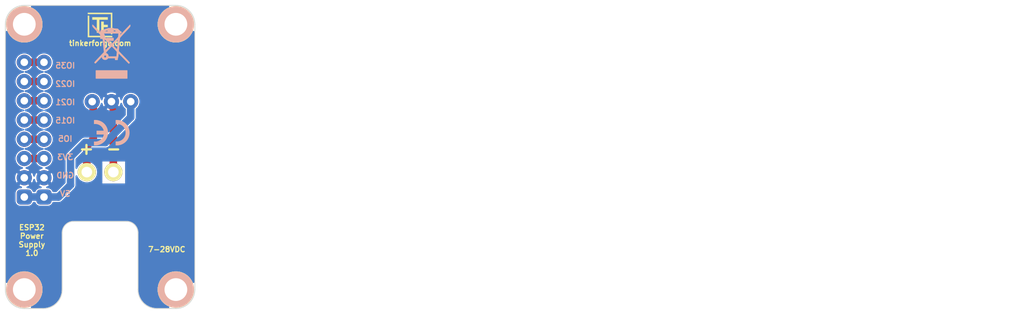
<source format=kicad_pcb>
(kicad_pcb (version 20171130) (host pcbnew 5.1.6-c6e7f7d~87~ubuntu20.04.1)

  (general
    (thickness 1.6)
    (drawings 23)
    (tracks 27)
    (zones 0)
    (modules 11)
    (nets 10)
  )

  (page A4)
  (title_block
    (title "ESP32 Brick Power Supply")
    (date 2020-08-05)
    (rev 1.0)
    (company "Tinkerforge GmbH")
    (comment 1 "Licensed under CERN OHL v.1.1")
    (comment 2 "Copyright (©) 2020, B.Nordmeyer <bastian@tinkerforge.com>")
  )

  (layers
    (0 F.Cu signal)
    (31 B.Cu signal)
    (32 B.Adhes user)
    (33 F.Adhes user)
    (34 B.Paste user)
    (35 F.Paste user)
    (36 B.SilkS user)
    (37 F.SilkS user)
    (38 B.Mask user)
    (39 F.Mask user)
    (40 Dwgs.User user)
    (41 Cmts.User user)
    (42 Eco1.User user)
    (43 Eco2.User user)
    (44 Edge.Cuts user)
    (45 Margin user)
    (46 B.CrtYd user)
    (47 F.CrtYd user)
    (48 B.Fab user)
    (49 F.Fab user)
  )

  (setup
    (last_trace_width 0.15)
    (user_trace_width 0.15)
    (user_trace_width 0.2)
    (user_trace_width 0.25)
    (user_trace_width 0.3)
    (user_trace_width 0.5)
    (user_trace_width 0.7)
    (user_trace_width 1)
    (trace_clearance 0.149)
    (zone_clearance 0)
    (zone_45_only no)
    (trace_min 0.15)
    (via_size 0.55)
    (via_drill 0.25)
    (via_min_size 0.5)
    (via_min_drill 0.25)
    (user_via 0.55 0.25)
    (uvia_size 0.3)
    (uvia_drill 0.1)
    (uvias_allowed no)
    (uvia_min_size 0.2)
    (uvia_min_drill 0.1)
    (edge_width 0.09906)
    (segment_width 1)
    (pcb_text_width 0.3048)
    (pcb_text_size 1.524 2.032)
    (mod_edge_width 0.381)
    (mod_text_size 1.524 1.524)
    (mod_text_width 0.3048)
    (pad_size 1.00076 1.00076)
    (pad_drill 0)
    (pad_to_mask_clearance 0)
    (aux_axis_origin 148.8 123.65)
    (grid_origin 148.8 123.65)
    (visible_elements FFFFFF7F)
    (pcbplotparams
      (layerselection 0x010fc_ffffffff)
      (usegerberextensions true)
      (usegerberattributes false)
      (usegerberadvancedattributes false)
      (creategerberjobfile false)
      (excludeedgelayer true)
      (linewidth 0.050000)
      (plotframeref false)
      (viasonmask false)
      (mode 1)
      (useauxorigin false)
      (hpglpennumber 1)
      (hpglpenspeed 20)
      (hpglpendiameter 15.000000)
      (psnegative false)
      (psa4output false)
      (plotreference false)
      (plotvalue false)
      (plotinvisibletext false)
      (padsonsilk false)
      (subtractmaskfromsilk true)
      (outputformat 1)
      (mirror false)
      (drillshape 0)
      (scaleselection 1)
      (outputdirectory "../../../../Schreibtisch/proto/ESP_Power_Supply/"))
  )

  (net 0 "")
  (net 1 GND)
  (net 2 5V)
  (net 3 "Net-(P101-Pad5)")
  (net 4 "Net-(P101-Pad4)")
  (net 5 "Net-(P101-Pad3)")
  (net 6 "Net-(P101-Pad6)")
  (net 7 "Net-(P101-Pad7)")
  (net 8 "Net-(P101-Pad8)")
  (net 9 "Net-(P102-Pad1)")

  (net_class Default "This is the default net class."
    (clearance 0.149)
    (trace_width 0.15)
    (via_dia 0.55)
    (via_drill 0.25)
    (uvia_dia 0.3)
    (uvia_drill 0.1)
    (add_net 5V)
    (add_net GND)
    (add_net "Net-(P101-Pad3)")
    (add_net "Net-(P101-Pad4)")
    (add_net "Net-(P101-Pad5)")
    (add_net "Net-(P101-Pad6)")
    (add_net "Net-(P101-Pad7)")
    (add_net "Net-(P101-Pad8)")
    (add_net "Net-(P102-Pad1)")
  )

  (module kicad-libraries:WPMDL110 (layer F.Cu) (tedit 5F365A5F) (tstamp 5F2AD0A6)
    (at 162.8 136.35 180)
    (path /5F2DEEF8)
    (fp_text reference U101 (at 0 2.7) (layer F.Fab)
      (effects (font (size 1 1) (thickness 0.15)))
    )
    (fp_text value WPMDL110 (at 0 4.5) (layer F.Fab)
      (effects (font (size 1 1) (thickness 0.15)))
    )
    (fp_line (start 5.8 -2) (end -5.8 -2) (layer F.Fab) (width 0.12))
    (fp_line (start -5.8 -2) (end -5.8 6.5) (layer F.Fab) (width 0.12))
    (fp_line (start -5.8 6.5) (end 5.8 6.5) (layer F.Fab) (width 0.12))
    (fp_line (start 5.8 6.5) (end 5.8 -2) (layer F.Fab) (width 0.12))
    (pad 3 thru_hole circle (at -2.54 0 180) (size 2 2) (drill 1) (layers *.Cu *.Mask)
      (net 2 5V))
    (pad 1 thru_hole circle (at 2.54 0 180) (size 2 2) (drill 1) (layers *.Cu *.Mask)
      (net 9 "Net-(P102-Pad1)"))
    (pad 2 thru_hole circle (at 0 0 180) (size 2 2) (drill 1) (layers *.Cu *.Mask)
      (net 1 GND))
    (model ${KICAD_SYMBOL_DIR}/3d/unsorted/WPMDL110.wrl
      (at (xyz 0 0 0))
      (scale (xyz 1 1 1))
      (rotate (xyz 0 0 0))
    )
  )

  (module kicad-libraries:CE_5mm (layer B.Cu) (tedit 5922FFD4) (tstamp 5F2AD7DC)
    (at 162.8 140.45 180)
    (fp_text reference VAL (at 0 0) (layer B.SilkS) hide
      (effects (font (size 0.2 0.2) (thickness 0.05)) (justify mirror))
    )
    (fp_text value CE_5mm (at 0 0) (layer B.SilkS) hide
      (effects (font (size 0.2 0.2) (thickness 0.05)) (justify mirror))
    )
    (fp_poly (pts (xy 2.3114 -1.67132) (xy 2.30124 -1.67132) (xy 2.28854 -1.67386) (xy 2.26822 -1.6764)
      (xy 2.24282 -1.6764) (xy 2.21742 -1.67894) (xy 2.18694 -1.67894) (xy 2.15646 -1.67894)
      (xy 2.12852 -1.67894) (xy 2.10058 -1.67894) (xy 2.07518 -1.67894) (xy 2.05232 -1.67894)
      (xy 2.04978 -1.67894) (xy 1.96088 -1.67132) (xy 1.87706 -1.66116) (xy 1.79578 -1.64592)
      (xy 1.7145 -1.6256) (xy 1.65862 -1.61036) (xy 1.55956 -1.57988) (xy 1.46304 -1.53924)
      (xy 1.36906 -1.49606) (xy 1.27762 -1.44526) (xy 1.18872 -1.38938) (xy 1.1049 -1.32588)
      (xy 1.02362 -1.25984) (xy 0.94742 -1.18872) (xy 0.8763 -1.11252) (xy 0.81026 -1.03378)
      (xy 0.762 -0.96774) (xy 0.70358 -0.87884) (xy 0.65024 -0.78994) (xy 0.60452 -0.69596)
      (xy 0.56642 -0.60198) (xy 0.53086 -0.50546) (xy 0.50546 -0.4064) (xy 0.4826 -0.30734)
      (xy 0.46736 -0.20828) (xy 0.4572 -0.10668) (xy 0.45466 -0.00508) (xy 0.4572 0.09398)
      (xy 0.46482 0.19558) (xy 0.48006 0.29464) (xy 0.50038 0.39624) (xy 0.52832 0.49276)
      (xy 0.56134 0.58928) (xy 0.59944 0.68326) (xy 0.64516 0.77724) (xy 0.69596 0.86868)
      (xy 0.75184 0.95504) (xy 0.79248 1.01092) (xy 0.85852 1.0922) (xy 0.9271 1.1684)
      (xy 1.0033 1.24206) (xy 1.08204 1.31064) (xy 1.16332 1.3716) (xy 1.24968 1.42748)
      (xy 1.33858 1.48082) (xy 1.43256 1.52654) (xy 1.52654 1.56718) (xy 1.6256 1.6002)
      (xy 1.72466 1.62814) (xy 1.82626 1.651) (xy 1.9304 1.66878) (xy 2.03454 1.6764)
      (xy 2.13614 1.68148) (xy 2.15392 1.68148) (xy 2.17424 1.67894) (xy 2.19964 1.67894)
      (xy 2.2225 1.67894) (xy 2.24536 1.6764) (xy 2.26568 1.67386) (xy 2.28346 1.67386)
      (xy 2.29616 1.67132) (xy 2.2987 1.67132) (xy 2.30886 1.67132) (xy 2.30886 1.40208)
      (xy 2.30886 1.13538) (xy 2.29108 1.13792) (xy 2.2352 1.143) (xy 2.17678 1.14554)
      (xy 2.11836 1.14554) (xy 2.06248 1.143) (xy 2.00914 1.13792) (xy 2.0066 1.13792)
      (xy 1.9177 1.12268) (xy 1.83134 1.10236) (xy 1.74752 1.07442) (xy 1.66878 1.0414)
      (xy 1.59004 1.0033) (xy 1.51638 0.95758) (xy 1.44526 0.90932) (xy 1.37668 0.85344)
      (xy 1.31318 0.79248) (xy 1.25476 0.72644) (xy 1.21158 0.67056) (xy 1.16586 0.60452)
      (xy 1.12268 0.53086) (xy 1.08712 0.4572) (xy 1.0541 0.37592) (xy 1.03378 0.31242)
      (xy 1.0287 0.29464) (xy 1.02616 0.28194) (xy 1.02362 0.27178) (xy 1.02108 0.2667)
      (xy 1.02362 0.2667) (xy 1.0287 0.26416) (xy 1.03378 0.26416) (xy 1.04394 0.26416)
      (xy 1.0541 0.26416) (xy 1.06934 0.26416) (xy 1.08712 0.26416) (xy 1.10998 0.26416)
      (xy 1.13538 0.26162) (xy 1.16586 0.26162) (xy 1.20142 0.26162) (xy 1.23952 0.26162)
      (xy 1.28524 0.26162) (xy 1.33604 0.26162) (xy 1.39192 0.26162) (xy 1.45542 0.26162)
      (xy 1.49352 0.26162) (xy 1.96596 0.26162) (xy 1.96596 0.01016) (xy 1.96596 -0.2413)
      (xy 1.48844 -0.24384) (xy 1.00838 -0.24384) (xy 1.02362 -0.29972) (xy 1.03632 -0.35052)
      (xy 1.05156 -0.39624) (xy 1.06934 -0.43942) (xy 1.08712 -0.48514) (xy 1.10998 -0.53086)
      (xy 1.11506 -0.54102) (xy 1.1557 -0.61722) (xy 1.20396 -0.68834) (xy 1.2573 -0.75692)
      (xy 1.31572 -0.82296) (xy 1.37922 -0.88138) (xy 1.44526 -0.93726) (xy 1.48082 -0.96266)
      (xy 1.55448 -1.01092) (xy 1.63068 -1.05156) (xy 1.70942 -1.08712) (xy 1.7907 -1.1176)
      (xy 1.87706 -1.143) (xy 1.96596 -1.16078) (xy 1.98374 -1.16332) (xy 2.01168 -1.16586)
      (xy 2.04216 -1.1684) (xy 2.07518 -1.17094) (xy 2.11074 -1.17094) (xy 2.1463 -1.17348)
      (xy 2.18186 -1.17348) (xy 2.21742 -1.17094) (xy 2.2479 -1.17094) (xy 2.27584 -1.1684)
      (xy 2.2987 -1.16586) (xy 2.30378 -1.16332) (xy 2.3114 -1.16332) (xy 2.3114 -1.41732)
      (xy 2.3114 -1.67132)) (layer B.SilkS) (width 0.00254))
    (fp_poly (pts (xy -0.55372 -1.67132) (xy -0.5715 -1.67386) (xy -0.57912 -1.6764) (xy -0.59436 -1.6764)
      (xy -0.61214 -1.6764) (xy -0.635 -1.6764) (xy -0.65786 -1.67894) (xy -0.68326 -1.67894)
      (xy -0.70866 -1.67894) (xy -0.73406 -1.67894) (xy -0.75692 -1.67894) (xy -0.7747 -1.67894)
      (xy -0.7874 -1.67894) (xy -0.79756 -1.67894) (xy -0.80518 -1.67894) (xy -0.82042 -1.6764)
      (xy -0.83566 -1.6764) (xy -0.85598 -1.67386) (xy -0.95758 -1.66116) (xy -1.05664 -1.64338)
      (xy -1.15824 -1.62052) (xy -1.2573 -1.59004) (xy -1.35382 -1.55194) (xy -1.40462 -1.53162)
      (xy -1.49606 -1.4859) (xy -1.58496 -1.4351) (xy -1.67386 -1.37922) (xy -1.75514 -1.31826)
      (xy -1.83642 -1.24968) (xy -1.91008 -1.17856) (xy -1.9812 -1.10236) (xy -2.04724 -1.02108)
      (xy -2.1082 -0.93726) (xy -2.14884 -0.87376) (xy -2.18694 -0.80772) (xy -2.2225 -0.7366)
      (xy -2.25552 -0.66548) (xy -2.286 -0.59436) (xy -2.30886 -0.52324) (xy -2.3114 -0.51562)
      (xy -2.34188 -0.41402) (xy -2.36474 -0.30988) (xy -2.37998 -0.20574) (xy -2.39014 -0.09906)
      (xy -2.39268 0.00508) (xy -2.39014 0.11176) (xy -2.37998 0.2159) (xy -2.36474 0.31496)
      (xy -2.34188 0.41402) (xy -2.3114 0.51308) (xy -2.27838 0.6096) (xy -2.23774 0.70612)
      (xy -2.19202 0.79756) (xy -2.14122 0.88646) (xy -2.10566 0.9398) (xy -2.0447 1.02362)
      (xy -1.97866 1.1049) (xy -1.90754 1.1811) (xy -1.83388 1.25222) (xy -1.7526 1.31826)
      (xy -1.66878 1.38176) (xy -1.58242 1.43764) (xy -1.49098 1.48844) (xy -1.397 1.53416)
      (xy -1.30048 1.5748) (xy -1.20142 1.60782) (xy -1.19888 1.60782) (xy -1.10998 1.63322)
      (xy -1.016 1.651) (xy -0.92202 1.66624) (xy -0.8255 1.6764) (xy -0.73152 1.67894)
      (xy -0.64008 1.67894) (xy -0.58166 1.67386) (xy -0.55372 1.67386) (xy -0.55372 1.4097)
      (xy -0.55372 1.14808) (xy -0.56134 1.15062) (xy -0.57658 1.15316) (xy -0.5969 1.1557)
      (xy -0.6223 1.15824) (xy -0.65024 1.15824) (xy -0.68072 1.15824) (xy -0.71374 1.15824)
      (xy -0.74676 1.15824) (xy -0.77724 1.15824) (xy -0.80772 1.1557) (xy -0.83312 1.15316)
      (xy -0.8509 1.15062) (xy -0.9398 1.13538) (xy -1.02616 1.11506) (xy -1.10998 1.08712)
      (xy -1.19126 1.0541) (xy -1.27 1.01346) (xy -1.34366 0.97028) (xy -1.41478 0.91948)
      (xy -1.48336 0.86106) (xy -1.524 0.82296) (xy -1.58496 0.75692) (xy -1.64084 0.68834)
      (xy -1.6891 0.61468) (xy -1.73228 0.54102) (xy -1.77038 0.46228) (xy -1.8034 0.381)
      (xy -1.8288 0.29718) (xy -1.84658 0.21082) (xy -1.85928 0.12192) (xy -1.86182 0.09906)
      (xy -1.86436 0.0762) (xy -1.86436 0.04572) (xy -1.86436 0.0127) (xy -1.86436 -0.02286)
      (xy -1.86436 -0.05842) (xy -1.86182 -0.09144) (xy -1.85928 -0.12192) (xy -1.85674 -0.14986)
      (xy -1.85674 -0.16256) (xy -1.8415 -0.24384) (xy -1.82118 -0.32258) (xy -1.79578 -0.39878)
      (xy -1.7653 -0.47498) (xy -1.75006 -0.50292) (xy -1.71196 -0.57658) (xy -1.67132 -0.64516)
      (xy -1.62306 -0.70866) (xy -1.57226 -0.77216) (xy -1.524 -0.82296) (xy -1.4605 -0.88138)
      (xy -1.39192 -0.93726) (xy -1.31826 -0.98552) (xy -1.2446 -1.0287) (xy -1.16332 -1.0668)
      (xy -1.08204 -1.09728) (xy -0.99822 -1.12268) (xy -0.90932 -1.143) (xy -0.87122 -1.14808)
      (xy -0.85344 -1.15062) (xy -0.8382 -1.15316) (xy -0.8255 -1.1557) (xy -0.81026 -1.1557)
      (xy -0.79502 -1.1557) (xy -0.77724 -1.15824) (xy -0.75692 -1.15824) (xy -0.72898 -1.15824)
      (xy -0.70612 -1.15824) (xy -0.67818 -1.15824) (xy -0.65278 -1.15824) (xy -0.62738 -1.1557)
      (xy -0.60706 -1.1557) (xy -0.59182 -1.1557) (xy -0.57912 -1.15316) (xy -0.56642 -1.15316)
      (xy -0.5588 -1.15062) (xy -0.55626 -1.15062) (xy -0.55626 -1.15316) (xy -0.55626 -1.16332)
      (xy -0.55626 -1.17856) (xy -0.55626 -1.19888) (xy -0.55626 -1.22428) (xy -0.55372 -1.25476)
      (xy -0.55372 -1.28778) (xy -0.55372 -1.32334) (xy -0.55372 -1.36144) (xy -0.55372 -1.40208)
      (xy -0.55372 -1.41224) (xy -0.55372 -1.67132)) (layer B.SilkS) (width 0.00254))
  )

  (module kicad-libraries:WEEE_7mm (layer B.Cu) (tedit 5922FFAE) (tstamp 5F2AD70B)
    (at 162.8 129.75 180)
    (fp_text reference VAL (at 0 0) (layer B.SilkS) hide
      (effects (font (size 0.2 0.2) (thickness 0.05)) (justify mirror))
    )
    (fp_text value WEEE_7mm (at 0.75 0) (layer B.SilkS) hide
      (effects (font (size 0.2 0.2) (thickness 0.05)) (justify mirror))
    )
    (fp_poly (pts (xy 2.482863 3.409859) (xy 2.480804 3.376179) (xy 2.471206 3.341837) (xy 2.44964 3.301407)
      (xy 2.411675 3.249463) (xy 2.352883 3.180577) (xy 2.268835 3.089322) (xy 2.155101 2.970274)
      (xy 2.007251 2.818004) (xy 1.961444 2.771041) (xy 1.439333 2.23603) (xy 1.439333 1.978793)
      (xy 1.439333 1.721555) (xy 1.298222 1.721555) (xy 1.298222 1.994947) (xy 1.298222 2.099005)
      (xy 1.213555 2.017889) (xy 1.160676 1.962169) (xy 1.131131 1.921219) (xy 1.128889 1.913831)
      (xy 1.153434 1.897717) (xy 1.212566 1.89089) (xy 1.213555 1.890889) (xy 1.269418 1.895963)
      (xy 1.29309 1.922356) (xy 1.298206 1.986828) (xy 1.298222 1.994947) (xy 1.298222 1.721555)
      (xy 1.28539 1.721555) (xy 1.241376 1.723224) (xy 1.205837 1.724651) (xy 1.177386 1.720468)
      (xy 1.154636 1.705309) (xy 1.136199 1.673804) (xy 1.120687 1.620585) (xy 1.106713 1.540286)
      (xy 1.092889 1.427539) (xy 1.077827 1.276974) (xy 1.060141 1.083225) (xy 1.038443 0.840924)
      (xy 1.028031 0.725936) (xy 1.016 0.593851) (xy 1.016 2.342444) (xy 1.016 2.427111)
      (xy 0.964919 2.427111) (xy 0.964919 2.654131) (xy 0.96044 2.665934) (xy 0.910629 2.701752)
      (xy 0.825292 2.742703) (xy 0.723934 2.781372) (xy 0.626061 2.810345) (xy 0.551179 2.822208)
      (xy 0.549274 2.822222) (xy 0.494484 2.808563) (xy 0.479778 2.765778) (xy 0.476666 2.742735)
      (xy 0.461334 2.726991) (xy 0.424786 2.717163) (xy 0.358027 2.711867) (xy 0.252063 2.709719)
      (xy 0.239909 2.709686) (xy 0.239909 2.892647) (xy 0.233665 2.897338) (xy 0.218722 2.899226)
      (xy 0.112749 2.903792) (xy 0.007055 2.899226) (xy -0.017767 2.894178) (xy 0.007962 2.890336)
      (xy 0.078354 2.888317) (xy 0.112889 2.888155) (xy 0.197687 2.889381) (xy 0.239909 2.892647)
      (xy 0.239909 2.709686) (xy 0.112889 2.709333) (xy -0.254 2.709333) (xy -0.254 2.782537)
      (xy -0.256796 2.824575) (xy -0.274517 2.843911) (xy -0.321168 2.845575) (xy -0.402167 2.835755)
      (xy -0.502773 2.820747) (xy -0.559752 2.80431) (xy -0.585498 2.778111) (xy -0.592403 2.733815)
      (xy -0.592667 2.707668) (xy -0.592667 2.624667) (xy 0.201011 2.624667) (xy 0.434757 2.624964)
      (xy 0.617649 2.62606) (xy 0.755277 2.628256) (xy 0.853229 2.631858) (xy 0.917094 2.637169)
      (xy 0.952461 2.644492) (xy 0.964919 2.654131) (xy 0.964919 2.427111) (xy 0.026103 2.427111)
      (xy -0.874889 2.427111) (xy -0.874889 2.652889) (xy -0.884518 2.680377) (xy -0.887335 2.681111)
      (xy -0.91143 2.661335) (xy -0.917222 2.652889) (xy -0.914985 2.626883) (xy -0.904777 2.624667)
      (xy -0.876038 2.645153) (xy -0.874889 2.652889) (xy -0.874889 2.427111) (xy -0.963793 2.427111)
      (xy -0.943537 2.166055) (xy -0.938094 2.087369) (xy -0.932714 2.024235) (xy -0.92321 1.970393)
      (xy -0.905395 1.919583) (xy -0.875081 1.865545) (xy -0.828081 1.802019) (xy -0.760208 1.722746)
      (xy -0.667273 1.621464) (xy -0.54509 1.491915) (xy -0.389471 1.327837) (xy -0.366889 1.303985)
      (xy -0.042333 0.961041) (xy 0.205281 1.207243) (xy 0.452896 1.453444) (xy 0.099448 1.461343)
      (xy -0.254 1.469242) (xy -0.254 1.623621) (xy -0.254 1.778) (xy 0.183444 1.778)
      (xy 0.620889 1.778) (xy 0.620889 1.701353) (xy 0.622969 1.664993) (xy 0.634687 1.65375)
      (xy 0.664256 1.671682) (xy 0.719893 1.722845) (xy 0.776111 1.778) (xy 0.854414 1.857186)
      (xy 0.900636 1.914327) (xy 0.92323 1.966659) (xy 0.930646 2.031417) (xy 0.931333 2.094536)
      (xy 0.934803 2.190842) (xy 0.947055 2.241675) (xy 0.97085 2.257681) (xy 0.973667 2.257778)
      (xy 1.007275 2.28302) (xy 1.016 2.342444) (xy 1.016 0.593851) (xy 0.954054 -0.086239)
      (xy 1.34486 -0.498024) (xy 1.555216 -0.719617) (xy 1.729916 -0.903769) (xy 1.872041 -1.054091)
      (xy 1.984676 -1.174196) (xy 2.070901 -1.267694) (xy 2.133801 -1.338196) (xy 2.176457 -1.389314)
      (xy 2.201952 -1.424658) (xy 2.21337 -1.447841) (xy 2.213792 -1.462473) (xy 2.206301 -1.472165)
      (xy 2.19398 -1.480529) (xy 2.187398 -1.485028) (xy 2.139541 -1.515553) (xy 2.118022 -1.524)
      (xy 2.094879 -1.504317) (xy 2.039069 -1.449218) (xy 1.956356 -1.364626) (xy 1.852504 -1.256463)
      (xy 1.733278 -1.130652) (xy 1.678916 -1.072812) (xy 1.255889 -0.621625) (xy 1.239947 -0.712979)
      (xy 1.197516 -0.849251) (xy 1.119827 -0.950313) (xy 1.079557 -0.982306) (xy 1.017977 -1.011638)
      (xy 1.017977 -0.632978) (xy 0.995676 -0.556992) (xy 0.945013 -0.49721) (xy 0.945013 1.715394)
      (xy 0.94482 1.716067) (xy 0.923395 1.700567) (xy 0.870211 1.651048) (xy 0.792165 1.57462)
      (xy 0.696154 1.478392) (xy 0.589075 1.369476) (xy 0.477826 1.254981) (xy 0.369303 1.142017)
      (xy 0.270405 1.037695) (xy 0.188029 0.949124) (xy 0.129071 0.883415) (xy 0.100429 0.847678)
      (xy 0.098778 0.843916) (xy 0.117043 0.81413) (xy 0.166773 0.753937) (xy 0.240369 0.67125)
      (xy 0.330231 0.573984) (xy 0.42876 0.470051) (xy 0.528358 0.367365) (xy 0.621424 0.273839)
      (xy 0.70036 0.197387) (xy 0.757566 0.145921) (xy 0.785443 0.127355) (xy 0.786505 0.12776)
      (xy 0.793707 0.159396) (xy 0.805121 0.239895) (xy 0.819901 0.361901) (xy 0.837205 0.51806)
      (xy 0.856186 0.701015) (xy 0.876002 0.903411) (xy 0.878183 0.926402) (xy 0.897143 1.129855)
      (xy 0.913788 1.314176) (xy 0.927509 1.472128) (xy 0.937694 1.596473) (xy 0.943732 1.679974)
      (xy 0.945013 1.715394) (xy 0.945013 -0.49721) (xy 0.944024 -0.496043) (xy 0.871243 -0.460602)
      (xy 0.785555 -0.461141) (xy 0.764432 -0.470982) (xy 0.764432 -0.168896) (xy 0.745079 -0.120107)
      (xy 0.697438 -0.051745) (xy 0.618576 0.041481) (xy 0.505557 0.164861) (xy 0.374559 0.303585)
      (xy -0.041854 0.741711) (xy -0.132242 0.647751) (xy -0.132242 0.841738) (xy -0.508984 1.238599)
      (xy -0.625421 1.36067) (xy -0.727784 1.466874) (xy -0.810087 1.55109) (xy -0.866341 1.607198)
      (xy -0.89056 1.629078) (xy -0.891025 1.629119) (xy -0.890844 1.599805) (xy -0.886195 1.523686)
      (xy -0.877886 1.410152) (xy -0.866727 1.268597) (xy -0.853528 1.108412) (xy -0.839099 0.938988)
      (xy -0.824249 0.769717) (xy -0.809789 0.60999) (xy -0.796527 0.4692) (xy -0.785274 0.356738)
      (xy -0.776839 0.281995) (xy -0.772591 0.25543) (xy -0.74805 0.256656) (xy -0.687291 0.300651)
      (xy -0.590212 0.387499) (xy -0.456711 0.517286) (xy -0.445848 0.528132) (xy -0.132242 0.841738)
      (xy -0.132242 0.647751) (xy -0.403136 0.366149) (xy -0.532757 0.230252) (xy -0.62722 0.127772)
      (xy -0.691435 0.052372) (xy -0.730313 -0.002286) (xy -0.748765 -0.04254) (xy -0.751699 -0.074729)
      (xy -0.750572 -0.082317) (xy -0.742402 -0.14269) (xy -0.732359 -0.241951) (xy -0.722136 -0.362656)
      (xy -0.718145 -0.416278) (xy -0.699563 -0.677333) (xy -0.138115 -0.677333) (xy 0.423333 -0.677333)
      (xy 0.423333 -0.584835) (xy 0.449981 -0.463491) (xy 0.523642 -0.355175) (xy 0.63489 -0.272054)
      (xy 0.682126 -0.250719) (xy 0.73002 -0.228911) (xy 0.758434 -0.2034) (xy 0.764432 -0.168896)
      (xy 0.764432 -0.470982) (xy 0.711835 -0.495489) (xy 0.659024 -0.562819) (xy 0.647539 -0.649049)
      (xy 0.676635 -0.735445) (xy 0.723473 -0.788174) (xy 0.784468 -0.828555) (xy 0.830825 -0.846601)
      (xy 0.832555 -0.846667) (xy 0.877213 -0.830394) (xy 0.938072 -0.790949) (xy 0.941638 -0.788174)
      (xy 1.002705 -0.713529) (xy 1.017977 -0.632978) (xy 1.017977 -1.011638) (xy 0.949842 -1.044093)
      (xy 0.810166 -1.060981) (xy 0.675259 -1.034339) (xy 0.559855 -0.965538) (xy 0.525993 -0.9308)
      (xy 0.455199 -0.846667) (xy -0.0264 -0.846667) (xy -0.508 -0.846667) (xy -0.508 -0.959556)
      (xy -0.508 -1.072445) (xy -0.649111 -1.072445) (xy -0.790222 -1.072445) (xy -0.790222 -0.975954)
      (xy -0.803072 -0.881747) (xy -0.831861 -0.799565) (xy -0.85235 -0.735143) (xy -0.871496 -0.630455)
      (xy -0.886633 -0.501661) (xy -0.8916 -0.437445) (xy -0.909702 -0.155222) (xy -1.596125 -0.853722)
      (xy -1.756866 -1.017004) (xy -1.904817 -1.166738) (xy -2.035402 -1.29834) (xy -2.144049 -1.407222)
      (xy -2.226183 -1.4888) (xy -2.277232 -1.538486) (xy -2.292741 -1.552222) (xy -2.318618 -1.535182)
      (xy -2.3368 -1.518356) (xy -2.366614 -1.474736) (xy -2.370667 -1.458297) (xy -2.351653 -1.432751)
      (xy -2.297528 -1.371534) (xy -2.212667 -1.27931) (xy -2.101445 -1.160741) (xy -1.968236 -1.020491)
      (xy -1.817416 -0.863223) (xy -1.653359 -0.693601) (xy -1.649999 -0.690141) (xy -0.929331 0.051823)
      (xy -1.000888 0.874398) (xy -1.019193 1.08713) (xy -1.035769 1.284177) (xy -1.049992 1.457782)
      (xy -1.061239 1.600189) (xy -1.068889 1.70364) (xy -1.072318 1.760379) (xy -1.072445 1.765937)
      (xy -1.083169 1.796856) (xy -1.117145 1.848518) (xy -1.177081 1.924038) (xy -1.265681 2.026535)
      (xy -1.385653 2.159123) (xy -1.539703 2.324921) (xy -1.730537 2.527044) (xy -1.763174 2.561396)
      (xy -1.94576 2.753708) (xy -2.093058 2.909847) (xy -2.208848 3.034377) (xy -2.296909 3.131865)
      (xy -2.361021 3.206878) (xy -2.404962 3.263981) (xy -2.432513 3.30774) (xy -2.447452 3.342721)
      (xy -2.453559 3.373491) (xy -2.454619 3.396775) (xy -2.455333 3.505661) (xy -2.136329 3.170998)
      (xy -2.000627 3.028421) (xy -1.842494 2.861938) (xy -1.678217 2.688716) (xy -1.524082 2.52592)
      (xy -1.466152 2.46464) (xy -1.354055 2.346541) (xy -1.256193 2.244484) (xy -1.178749 2.164831)
      (xy -1.127907 2.113947) (xy -1.109886 2.09804) (xy -1.109577 2.126426) (xy -1.113821 2.195386)
      (xy -1.12076 2.279234) (xy -1.130834 2.37523) (xy -1.143684 2.427922) (xy -1.166434 2.45028)
      (xy -1.206208 2.455276) (xy -1.217475 2.455333) (xy -1.274769 2.462802) (xy -1.295863 2.497097)
      (xy -1.298222 2.54) (xy -1.290268 2.600887) (xy -1.25796 2.622991) (xy -1.232974 2.624667)
      (xy -1.165809 2.649307) (xy -1.106569 2.707387) (xy -1.038059 2.780849) (xy -0.96015 2.840472)
      (xy -0.90268 2.886543) (xy -0.87527 2.932359) (xy -0.874889 2.936944) (xy -0.866717 2.958171)
      (xy -0.836053 2.973488) (xy -0.773676 2.98482) (xy -0.670366 2.994091) (xy -0.571902 3.000209)
      (xy -0.444753 3.009947) (xy -0.342774 3.022633) (xy -0.277341 3.036575) (xy -0.259106 3.046795)
      (xy -0.227621 3.061127) (xy -0.152899 3.071083) (xy -0.047962 3.076818) (xy 0.074164 3.078489)
      (xy 0.200456 3.076251) (xy 0.31789 3.07026) (xy 0.41344 3.060673) (xy 0.474084 3.047645)
      (xy 0.488466 3.037844) (xy 0.523084 3.012128) (xy 0.59531 2.989452) (xy 0.645346 2.980608)
      (xy 0.752526 2.955733) (xy 0.873538 2.912358) (xy 0.942299 2.880321) (xy 1.046225 2.831835)
      (xy 1.128071 2.811654) (xy 1.210866 2.814154) (xy 1.212404 2.814358) (xy 1.324381 2.811082)
      (xy 1.398504 2.765955) (xy 1.435053 2.678737) (xy 1.439333 2.621893) (xy 1.416263 2.519845)
      (xy 1.351912 2.452433) (xy 1.25357 2.427141) (xy 1.249609 2.427111) (xy 1.20332 2.41653)
      (xy 1.186549 2.373932) (xy 1.185333 2.342444) (xy 1.192841 2.282987) (xy 1.210931 2.257784)
      (xy 1.211244 2.257778) (xy 1.236778 2.277108) (xy 1.296879 2.331881) (xy 1.386564 2.417269)
      (xy 1.500846 2.528446) (xy 1.634743 2.660585) (xy 1.783269 2.808858) (xy 1.859662 2.885722)
      (xy 2.48217 3.513666) (xy 2.482863 3.409859)) (layer B.SilkS) (width 0.1))
    (fp_poly (pts (xy 2.032 -3.527778) (xy -0.014111 -3.527778) (xy -2.060222 -3.527778) (xy -2.060222 -3.019778)
      (xy -2.060222 -2.511778) (xy -0.014111 -2.511778) (xy 2.032 -2.511778) (xy 2.032 -3.019778)
      (xy 2.032 -3.527778)) (layer B.SilkS) (width 0.1))
  )

  (module kicad-libraries:Logo_31x31 (layer F.Cu) (tedit 0) (tstamp 5F2AD630)
    (at 161.3 126.25)
    (fp_text reference G*** (at 0 0) (layer F.SilkS) hide
      (effects (font (size 1.524 1.524) (thickness 0.3)))
    )
    (fp_text value LOGO (at 0.75 0) (layer F.SilkS) hide
      (effects (font (size 1.524 1.524) (thickness 0.3)))
    )
    (fp_poly (pts (xy 0.483809 -0.030238) (xy 1.016 -0.030238) (xy 1.016 0.27819) (xy 0.483809 0.27819)
      (xy 0.483809 1.016) (xy 0.145142 1.016) (xy 0.145142 -0.459619) (xy 0.483809 -0.459619)
      (xy 0.483809 -0.030238)) (layer F.SilkS) (width 0.01))
    (fp_poly (pts (xy 1.016 -0.701524) (xy -0.090715 -0.701524) (xy -0.090715 1.016) (xy -0.429381 1.016)
      (xy -0.429381 -0.701524) (xy -1.028096 -0.701524) (xy -1.028096 -1.034143) (xy 1.016 -1.034143)
      (xy 1.016 -0.701524)) (layer F.SilkS) (width 0.01))
    (fp_poly (pts (xy 1.614714 1.221619) (xy 1.427238 1.221619) (xy 1.427238 -1.439334) (xy -1.62681 -1.439334)
      (xy -1.62681 -1.62681) (xy 1.614714 -1.62681) (xy 1.614714 1.221619)) (layer F.SilkS) (width 0.01))
    (fp_poly (pts (xy -1.433286 1.42119) (xy 1.614714 1.42119) (xy 1.614714 1.608666) (xy -1.62681 1.608666)
      (xy -1.62681 -1.239762) (xy -1.433286 -1.239762) (xy -1.433286 1.42119)) (layer F.SilkS) (width 0.01))
  )

  (module kicad-libraries:DRILL_NP (layer F.Cu) (tedit 530C7871) (tstamp 5E99DFC3)
    (at 171.3 126.15)
    (fp_text reference ~4 (at 0 0) (layer F.SilkS) hide
      (effects (font (size 0.29972 0.29972) (thickness 0.0762)))
    )
    (fp_text value DRILL (at 0 0.50038) (layer F.SilkS) hide
      (effects (font (size 0.29972 0.29972) (thickness 0.0762)))
    )
    (fp_circle (center 0 0) (end 3.2 0) (layer Eco2.User) (width 0.01))
    (fp_circle (center 0 0) (end 2.19964 -0.20066) (layer F.SilkS) (width 0.381))
    (fp_circle (center 0 0) (end 1.99898 -0.20066) (layer F.SilkS) (width 0.381))
    (fp_circle (center 0 0) (end 1.69926 0) (layer F.SilkS) (width 0.381))
    (fp_circle (center 0 0) (end 1.39954 -0.09906) (layer B.SilkS) (width 0.381))
    (fp_circle (center 0 0) (end 1.39954 0) (layer F.SilkS) (width 0.381))
    (fp_circle (center 0 0) (end 1.69926 0) (layer B.SilkS) (width 0.381))
    (fp_circle (center 0 0) (end 1.89992 0) (layer B.SilkS) (width 0.381))
    (fp_circle (center 0 0) (end 2.19964 0) (layer B.SilkS) (width 0.381))
    (pad "" np_thru_hole circle (at 0 0) (size 2.99974 2.99974) (drill 2.99974) (layers *.Cu *.Mask F.SilkS)
      (clearance 0.89916))
  )

  (module kicad-libraries:DRILL_NP (layer F.Cu) (tedit 530C7871) (tstamp 5E99DF5A)
    (at 171.3 161.15)
    (fp_text reference ~4 (at 0 0) (layer F.SilkS) hide
      (effects (font (size 0.29972 0.29972) (thickness 0.0762)))
    )
    (fp_text value DRILL (at 0 0.50038) (layer F.SilkS) hide
      (effects (font (size 0.29972 0.29972) (thickness 0.0762)))
    )
    (fp_circle (center 0 0) (end 3.2 0) (layer Eco2.User) (width 0.01))
    (fp_circle (center 0 0) (end 2.19964 -0.20066) (layer F.SilkS) (width 0.381))
    (fp_circle (center 0 0) (end 1.99898 -0.20066) (layer F.SilkS) (width 0.381))
    (fp_circle (center 0 0) (end 1.69926 0) (layer F.SilkS) (width 0.381))
    (fp_circle (center 0 0) (end 1.39954 -0.09906) (layer B.SilkS) (width 0.381))
    (fp_circle (center 0 0) (end 1.39954 0) (layer F.SilkS) (width 0.381))
    (fp_circle (center 0 0) (end 1.69926 0) (layer B.SilkS) (width 0.381))
    (fp_circle (center 0 0) (end 1.89992 0) (layer B.SilkS) (width 0.381))
    (fp_circle (center 0 0) (end 2.19964 0) (layer B.SilkS) (width 0.381))
    (pad "" np_thru_hole circle (at 0 0) (size 2.99974 2.99974) (drill 2.99974) (layers *.Cu *.Mask F.SilkS)
      (clearance 0.89916))
  )

  (module kicad-libraries:DRILL_NP (layer F.Cu) (tedit 530C7871) (tstamp 5F2AC9A0)
    (at 151.3 126.15)
    (path /5F0CE04A)
    (fp_text reference F103 (at 0 0) (layer F.SilkS) hide
      (effects (font (size 0.29972 0.29972) (thickness 0.0762)))
    )
    (fp_text value DRILL (at 0 0.50038) (layer F.SilkS) hide
      (effects (font (size 0.29972 0.29972) (thickness 0.0762)))
    )
    (fp_circle (center 0 0) (end 2.19964 0) (layer B.SilkS) (width 0.381))
    (fp_circle (center 0 0) (end 1.89992 0) (layer B.SilkS) (width 0.381))
    (fp_circle (center 0 0) (end 1.69926 0) (layer B.SilkS) (width 0.381))
    (fp_circle (center 0 0) (end 1.39954 0) (layer F.SilkS) (width 0.381))
    (fp_circle (center 0 0) (end 1.39954 -0.09906) (layer B.SilkS) (width 0.381))
    (fp_circle (center 0 0) (end 1.69926 0) (layer F.SilkS) (width 0.381))
    (fp_circle (center 0 0) (end 1.99898 -0.20066) (layer F.SilkS) (width 0.381))
    (fp_circle (center 0 0) (end 2.19964 -0.20066) (layer F.SilkS) (width 0.381))
    (fp_circle (center 0 0) (end 3.2 0) (layer Eco2.User) (width 0.01))
    (pad "" np_thru_hole circle (at 0 0) (size 2.99974 2.99974) (drill 2.99974) (layers *.Cu *.Mask F.SilkS)
      (clearance 0.89916))
  )

  (module kicad-libraries:DRILL_NP (layer F.Cu) (tedit 530C7871) (tstamp 5F2ACA0B)
    (at 151.3 161.15)
    (path /5F0CE6FC)
    (fp_text reference F104 (at 0 0) (layer F.SilkS) hide
      (effects (font (size 0.29972 0.29972) (thickness 0.0762)))
    )
    (fp_text value DRILL (at 0 0.50038) (layer F.SilkS) hide
      (effects (font (size 0.29972 0.29972) (thickness 0.0762)))
    )
    (fp_circle (center 0 0) (end 3.2 0) (layer Eco2.User) (width 0.01))
    (fp_circle (center 0 0) (end 2.19964 -0.20066) (layer F.SilkS) (width 0.381))
    (fp_circle (center 0 0) (end 1.99898 -0.20066) (layer F.SilkS) (width 0.381))
    (fp_circle (center 0 0) (end 1.69926 0) (layer F.SilkS) (width 0.381))
    (fp_circle (center 0 0) (end 1.39954 -0.09906) (layer B.SilkS) (width 0.381))
    (fp_circle (center 0 0) (end 1.39954 0) (layer F.SilkS) (width 0.381))
    (fp_circle (center 0 0) (end 1.69926 0) (layer B.SilkS) (width 0.381))
    (fp_circle (center 0 0) (end 1.89992 0) (layer B.SilkS) (width 0.381))
    (fp_circle (center 0 0) (end 2.19964 0) (layer B.SilkS) (width 0.381))
    (pad "" np_thru_hole circle (at 0 0) (size 2.99974 2.99974) (drill 2.99974) (layers *.Cu *.Mask F.SilkS)
      (clearance 0.89916))
  )

  (module kicad-libraries:pin_array_1x8-P2mm_D1mm (layer F.Cu) (tedit 5EFC7BDA) (tstamp 5F2AC8D9)
    (at 151.3 140.05 90)
    (path /5F1D7502)
    (fp_text reference P101 (at 0 0 90) (layer F.Fab)
      (effects (font (size 0.2 0.2) (thickness 0.03)))
    )
    (fp_text value EXT_HEADER (at 0 1 90) (layer F.Fab)
      (effects (font (size 0.2 0.2) (thickness 0.03)))
    )
    (fp_line (start 2.54 1.27) (end 0 1.27) (layer F.Fab) (width 0.12))
    (fp_line (start 0 -1.27) (end 2.54 -1.27) (layer F.Fab) (width 0.12))
    (fp_line (start -10.16 -1.27) (end 0 -1.27) (layer F.Fab) (width 0.12))
    (fp_line (start 0 1.27) (end -10.16 1.27) (layer F.Fab) (width 0.12))
    (fp_line (start -10.16 1.27) (end -10.16 -1.27) (layer F.Fab) (width 0.12))
    (fp_line (start -10.16 -1.27) (end -7.62 -1.27) (layer F.Fab) (width 0.12))
    (fp_line (start -7.62 -1.27) (end -7.62 1.27) (layer F.Fab) (width 0.12))
    (fp_line (start 2.54 -1.27) (end 5.08 -1.27) (layer F.Fab) (width 0.12))
    (fp_line (start 5.08 1.27) (end 2.54 1.27) (layer F.Fab) (width 0.12))
    (fp_line (start 5.08 -1.27) (end 7.62 -1.27) (layer F.Fab) (width 0.12))
    (fp_line (start 7.62 1.27) (end 5.08 1.27) (layer F.Fab) (width 0.12))
    (fp_line (start 7.62 -1.27) (end 10.16 -1.27) (layer F.Fab) (width 0.12))
    (fp_line (start 10.16 -1.27) (end 10.16 1.27) (layer F.Fab) (width 0.12))
    (fp_line (start 10.16 1.27) (end 7.62 1.27) (layer F.Fab) (width 0.12))
    (pad 5 thru_hole circle (at 1.27 0 90) (size 2 2) (drill 1) (layers *.Cu *.Mask)
      (net 3 "Net-(P101-Pad5)"))
    (pad 4 thru_hole circle (at -1.27 0 90) (size 2 2) (drill 1) (layers *.Cu *.Mask)
      (net 4 "Net-(P101-Pad4)"))
    (pad 3 thru_hole circle (at -3.81 0 90) (size 2 2) (drill 1) (layers *.Cu *.Mask)
      (net 5 "Net-(P101-Pad3)"))
    (pad 2 thru_hole circle (at -6.35 0 90) (size 2 2) (drill 1) (layers *.Cu *.Mask)
      (net 1 GND))
    (pad 1 thru_hole roundrect (at -8.89 0 90) (size 2 2) (drill 1) (layers *.Cu *.Mask) (roundrect_rratio 0.25)
      (net 2 5V))
    (pad 6 thru_hole circle (at 3.81 0 90) (size 2 2) (drill 1) (layers *.Cu *.Mask)
      (net 6 "Net-(P101-Pad6)"))
    (pad 7 thru_hole circle (at 6.35 0 90) (size 2 2) (drill 1) (layers *.Cu *.Mask)
      (net 7 "Net-(P101-Pad7)"))
    (pad 8 thru_hole circle (at 8.89 0 90) (size 2 2) (drill 1) (layers *.Cu *.Mask)
      (net 8 "Net-(P101-Pad8)"))
  )

  (module kicad-libraries:OQ_2P (layer F.Cu) (tedit 58FF7E35) (tstamp 5F2AD85F)
    (at 161.3 145.65)
    (path /5F2DBF6D)
    (fp_text reference P102 (at 0 4.2) (layer F.Fab)
      (effects (font (size 0.59944 0.59944) (thickness 0.12446)))
    )
    (fp_text value "PWR IN" (at 0 3.2004) (layer F.Fab)
      (effects (font (size 0.59944 0.59944) (thickness 0.12446)))
    )
    (fp_line (start 4.24942 8.001) (end -4.24942 8.001) (layer F.Fab) (width 0.39878))
    (fp_line (start -4.24942 8.001) (end -4.24942 -1.19888) (layer F.Fab) (width 0.39878))
    (fp_line (start -4.24942 -1.19888) (end 4.24942 -1.19888) (layer F.Fab) (width 0.39878))
    (fp_line (start 4.24942 -1.19888) (end 4.24942 8.001) (layer F.Fab) (width 0.39878))
    (pad 1 thru_hole circle (at -1.75006 0) (size 2.4003 2.4003) (drill 1.39954) (layers *.Cu *.Mask F.SilkS)
      (net 9 "Net-(P102-Pad1)"))
    (pad 2 thru_hole circle (at 1.75006 0) (size 2.4003 2.4003) (drill 1.39954) (layers *.Cu *.Mask F.SilkS)
      (net 1 GND))
    (model Connectors/OQ_2P_green.wrl
      (offset (xyz 0 -3.174999952316284 3.555999946594238))
      (scale (xyz 1 1 1))
      (rotate (xyz 0 0 0))
    )
  )

  (module kicad-libraries:pin_array_1x8-P2mm_D1mm (layer F.Cu) (tedit 5EFC7BDA) (tstamp 5F2AC7DA)
    (at 153.9 140.05 90)
    (path /5F2D573C)
    (fp_text reference P103 (at 0 0 90) (layer F.Fab)
      (effects (font (size 0.2 0.2) (thickness 0.03)))
    )
    (fp_text value EXT_HEADER (at 0 1 90) (layer F.Fab)
      (effects (font (size 0.2 0.2) (thickness 0.03)))
    )
    (fp_line (start 10.16 1.27) (end 7.62 1.27) (layer F.Fab) (width 0.12))
    (fp_line (start 10.16 -1.27) (end 10.16 1.27) (layer F.Fab) (width 0.12))
    (fp_line (start 7.62 -1.27) (end 10.16 -1.27) (layer F.Fab) (width 0.12))
    (fp_line (start 7.62 1.27) (end 5.08 1.27) (layer F.Fab) (width 0.12))
    (fp_line (start 5.08 -1.27) (end 7.62 -1.27) (layer F.Fab) (width 0.12))
    (fp_line (start 5.08 1.27) (end 2.54 1.27) (layer F.Fab) (width 0.12))
    (fp_line (start 2.54 -1.27) (end 5.08 -1.27) (layer F.Fab) (width 0.12))
    (fp_line (start -7.62 -1.27) (end -7.62 1.27) (layer F.Fab) (width 0.12))
    (fp_line (start -10.16 -1.27) (end -7.62 -1.27) (layer F.Fab) (width 0.12))
    (fp_line (start -10.16 1.27) (end -10.16 -1.27) (layer F.Fab) (width 0.12))
    (fp_line (start 0 1.27) (end -10.16 1.27) (layer F.Fab) (width 0.12))
    (fp_line (start -10.16 -1.27) (end 0 -1.27) (layer F.Fab) (width 0.12))
    (fp_line (start 0 -1.27) (end 2.54 -1.27) (layer F.Fab) (width 0.12))
    (fp_line (start 2.54 1.27) (end 0 1.27) (layer F.Fab) (width 0.12))
    (pad 5 thru_hole circle (at 1.27 0 90) (size 2 2) (drill 1) (layers *.Cu *.Mask)
      (net 3 "Net-(P101-Pad5)"))
    (pad 4 thru_hole circle (at -1.27 0 90) (size 2 2) (drill 1) (layers *.Cu *.Mask)
      (net 4 "Net-(P101-Pad4)"))
    (pad 3 thru_hole circle (at -3.81 0 90) (size 2 2) (drill 1) (layers *.Cu *.Mask)
      (net 5 "Net-(P101-Pad3)"))
    (pad 2 thru_hole circle (at -6.35 0 90) (size 2 2) (drill 1) (layers *.Cu *.Mask)
      (net 1 GND))
    (pad 1 thru_hole roundrect (at -8.89 0 90) (size 2 2) (drill 1) (layers *.Cu *.Mask) (roundrect_rratio 0.25)
      (net 2 5V))
    (pad 6 thru_hole circle (at 3.81 0 90) (size 2 2) (drill 1) (layers *.Cu *.Mask)
      (net 6 "Net-(P101-Pad6)"))
    (pad 7 thru_hole circle (at 6.35 0 90) (size 2 2) (drill 1) (layers *.Cu *.Mask)
      (net 7 "Net-(P101-Pad7)"))
    (pad 8 thru_hole circle (at 8.89 0 90) (size 2 2) (drill 1) (layers *.Cu *.Mask)
      (net 8 "Net-(P101-Pad8)"))
  )

  (gr_text 7-28VDC (at 170.1 155.85) (layer F.SilkS)
    (effects (font (size 0.7 0.7) (thickness 0.15)))
  )
  (gr_text - (at 163.1 142.55) (layer F.SilkS)
    (effects (font (size 1.524 1.524) (thickness 0.3048)))
  )
  (gr_text + (at 159.5 142.55) (layer F.SilkS)
    (effects (font (size 1.524 1.524) (thickness 0.3048)))
  )
  (gr_text "ESP32\nPower\nSupply\n1.0" (at 152.3 154.65) (layer F.SilkS)
    (effects (font (size 0.7 0.7) (thickness 0.15)))
  )
  (gr_text tinkerforge.com (at 161.3 128.65) (layer F.SilkS)
    (effects (font (size 0.7 0.7) (thickness 0.15)))
  )
  (gr_line (start 157.8 152.15) (end 164.8 152.15) (layer Edge.Cuts) (width 0.09906))
  (gr_arc (start 157.8 153.65) (end 157.8 152.15) (angle -90) (layer Edge.Cuts) (width 0.09906))
  (gr_arc (start 164.8 153.65) (end 166.3 153.65) (angle -90) (layer Edge.Cuts) (width 0.09906))
  (gr_line (start 166.3 161.15) (end 166.3 153.65) (layer Edge.Cuts) (width 0.09906))
  (gr_line (start 156.3 161.15) (end 156.3 153.65) (layer Edge.Cuts) (width 0.09906))
  (gr_line (start 151.3 163.65) (end 153.8 163.65) (layer Edge.Cuts) (width 0.09906))
  (gr_line (start 171.3 163.65) (end 168.8 163.65) (layer Edge.Cuts) (width 0.09906))
  (gr_arc (start 168.8 161.15) (end 166.3 161.15) (angle -90) (layer Edge.Cuts) (width 0.09906))
  (gr_arc (start 153.8 161.15) (end 153.8 163.65) (angle -90) (layer Edge.Cuts) (width 0.09906) (tstamp 5F2AC983))
  (gr_line (start 148.8 126.15) (end 148.8 161.15) (layer Edge.Cuts) (width 0.09906))
  (gr_line (start 151.3 123.65) (end 171.3 123.65) (layer Edge.Cuts) (width 0.09906))
  (gr_arc (start 151.3 126.15) (end 151.3 123.65) (angle -90) (layer Edge.Cuts) (width 0.09906))
  (gr_arc (start 151.3 161.15) (end 148.8 161.15) (angle -90) (layer Edge.Cuts) (width 0.09906))
  (gr_text "IO35\n\nIO22\n\nIO21\n\nIO15\n\nIO5\n\n3V3\n\nGND\n\n5V" (at 156.7 140.05) (layer B.SilkS) (tstamp 5F2A8CC6)
    (effects (font (size 0.75 0.75) (thickness 0.15)) (justify mirror))
  )
  (gr_text "Copyright Tinkerforge GmbH 2020.\nThis documentation describes Open Hardware and is licensed under the\nCERN OHL v. 1.1.\nYou may redistribute and modify this documentation under the terms of the\nCERN OHL v.1.1. (http://ohwr.org/cernohl). This documentation is distributed\nWITHOUT ANY EXPRESS OR IMPLIED WARRANTY, INCLUDING OF\nMERCHANTABILITY, SATISFACTORY QUALITY AND FITNESS FOR A\nPARTICULAR PURPOSE. Please see the CERN OHL v.1.1 for applicable\nconditions" (at 253.15 154.75) (layer Cmts.User)
    (effects (font (size 1 1) (thickness 0.15)))
  )
  (gr_line (start 173.8 161.15) (end 173.8 126.15) (layer Edge.Cuts) (width 0.09906))
  (gr_arc (start 171.3 126.15) (end 173.8 126.15) (angle -90) (layer Edge.Cuts) (width 0.09906))
  (gr_arc (start 171.3 161.15) (end 171.3 163.65) (angle -90) (layer Edge.Cuts) (width 0.09906))

  (segment (start 163.05006 136.60006) (end 162.8 136.35) (width 1) (layer F.Cu) (net 1))
  (segment (start 163.05006 145.65) (end 163.05006 136.60006) (width 1) (layer F.Cu) (net 1))
  (segment (start 151.3 148.94) (end 153.89 148.94) (width 1) (layer B.Cu) (net 2))
  (segment (start 153.89 148.94) (end 153.9 148.95) (width 1) (layer B.Cu) (net 2))
  (segment (start 165.34 138.41) (end 165.34 136.35) (width 1) (layer B.Cu) (net 2))
  (segment (start 162 141.75) (end 165.34 138.41) (width 1) (layer B.Cu) (net 2))
  (segment (start 159.3 141.75) (end 162 141.75) (width 1) (layer B.Cu) (net 2))
  (segment (start 157.4 143.65) (end 159.3 141.75) (width 1) (layer B.Cu) (net 2))
  (segment (start 157.4 147.35) (end 157.4 143.65) (width 1) (layer B.Cu) (net 2))
  (segment (start 155.81 148.94) (end 157.4 147.35) (width 1) (layer B.Cu) (net 2))
  (segment (start 153.9 148.94) (end 155.81 148.94) (width 1) (layer B.Cu) (net 2))
  (segment (start 151.3 138.78) (end 153.87 138.78) (width 1) (layer F.Cu) (net 3))
  (segment (start 153.87 138.78) (end 153.9 138.75) (width 1) (layer F.Cu) (net 3))
  (segment (start 151.3 141.32) (end 153.87 141.32) (width 1) (layer F.Cu) (net 4))
  (segment (start 153.87 141.32) (end 153.9 141.35) (width 1) (layer F.Cu) (net 4))
  (segment (start 151.3 143.86) (end 153.89 143.86) (width 1) (layer F.Cu) (net 5))
  (segment (start 153.89 143.86) (end 153.9 143.85) (width 1) (layer F.Cu) (net 5))
  (segment (start 151.3 136.24) (end 153.89 136.24) (width 1) (layer F.Cu) (net 6))
  (segment (start 153.89 136.24) (end 153.9 136.25) (width 1) (layer F.Cu) (net 6))
  (segment (start 151.3 133.7) (end 153.85 133.7) (width 1) (layer F.Cu) (net 7))
  (segment (start 153.85 133.7) (end 153.9 133.65) (width 1) (layer F.Cu) (net 7))
  (segment (start 151.3 131.16) (end 153.89 131.16) (width 1) (layer F.Cu) (net 8))
  (segment (start 153.89 131.16) (end 153.9 131.15) (width 1) (layer F.Cu) (net 8))
  (segment (start 160.4 136.49) (end 160.26 136.35) (width 1) (layer F.Cu) (net 9))
  (segment (start 159.54994 142.20006) (end 160.4 141.35) (width 1) (layer F.Cu) (net 9))
  (segment (start 160.4 141.35) (end 160.4 136.49) (width 1) (layer F.Cu) (net 9))
  (segment (start 159.54994 145.65) (end 159.54994 142.20006) (width 1) (layer F.Cu) (net 9))

  (zone (net 1) (net_name GND) (layer B.Cu) (tstamp 5F368DBB) (hatch edge 0.508)
    (connect_pads (clearance 0))
    (min_thickness 0.254)
    (fill yes (arc_segments 32) (thermal_gap 0.2) (thermal_bridge_width 0.508))
    (polygon
      (pts
        (xy 173.8 163.65) (xy 148.8 163.65) (xy 148.8 123.65) (xy 173.8 123.65)
      )
    )
    (filled_polygon
      (pts
        (xy 170.103476 123.911462) (xy 169.68975 124.187905) (xy 169.337905 124.53975) (xy 169.061462 124.953476) (xy 168.871044 125.413184)
        (xy 168.77397 125.901208) (xy 168.77397 126.398792) (xy 168.871044 126.886816) (xy 169.061462 127.346524) (xy 169.337905 127.76025)
        (xy 169.68975 128.112095) (xy 170.103476 128.388538) (xy 170.563184 128.578956) (xy 171.051208 128.67603) (xy 171.548792 128.67603)
        (xy 172.036816 128.578956) (xy 172.496524 128.388538) (xy 172.91025 128.112095) (xy 173.262095 127.76025) (xy 173.538538 127.346524)
        (xy 173.623471 127.141478) (xy 173.62347 160.158519) (xy 173.538538 159.953476) (xy 173.262095 159.53975) (xy 172.91025 159.187905)
        (xy 172.496524 158.911462) (xy 172.036816 158.721044) (xy 171.548792 158.62397) (xy 171.051208 158.62397) (xy 170.563184 158.721044)
        (xy 170.103476 158.911462) (xy 169.68975 159.187905) (xy 169.337905 159.53975) (xy 169.061462 159.953476) (xy 168.871044 160.413184)
        (xy 168.77397 160.901208) (xy 168.77397 161.398792) (xy 168.871044 161.886816) (xy 169.061462 162.346524) (xy 169.337905 162.76025)
        (xy 169.68975 163.112095) (xy 170.103476 163.388538) (xy 170.308519 163.47347) (xy 168.808629 163.47347) (xy 168.34887 163.42839)
        (xy 167.914917 163.297372) (xy 167.514678 163.084561) (xy 167.1634 162.798066) (xy 166.874457 162.448793) (xy 166.658859 162.050054)
        (xy 166.524816 161.61703) (xy 166.476559 161.157895) (xy 166.47653 161.149669) (xy 166.47653 153.641328) (xy 166.476499 153.641018)
        (xy 166.476492 153.638904) (xy 166.475713 153.631239) (xy 166.475767 153.62353) (xy 166.475526 153.621076) (xy 166.444926 153.329931)
        (xy 166.44171 153.314266) (xy 166.438711 153.298541) (xy 166.437998 153.296181) (xy 166.35143 153.016526) (xy 166.345241 153.001804)
        (xy 166.339237 152.986941) (xy 166.338079 152.984765) (xy 166.19884 152.727249) (xy 166.189894 152.713985) (xy 166.181133 152.700597)
        (xy 166.179579 152.698692) (xy 166.179575 152.698686) (xy 166.17957 152.698681) (xy 165.99297 152.47312) (xy 165.98164 152.461869)
        (xy 165.970423 152.450414) (xy 165.968523 152.448843) (xy 165.741659 152.263817) (xy 165.728306 152.254945) (xy 165.715131 152.245924)
        (xy 165.712963 152.244751) (xy 165.454482 152.107314) (xy 165.439711 152.101226) (xy 165.424984 152.094914) (xy 165.422629 152.094186)
        (xy 165.142375 152.009571) (xy 165.126658 152.006459) (xy 165.11103 152.003137) (xy 165.108578 152.002879) (xy 164.817226 151.974312)
        (xy 164.817222 151.974312) (xy 164.808672 151.97347) (xy 157.791328 151.97347) (xy 157.791018 151.973501) (xy 157.788904 151.973508)
        (xy 157.781239 151.974287) (xy 157.77353 151.974233) (xy 157.771076 151.974474) (xy 157.479931 152.005074) (xy 157.464266 152.00829)
        (xy 157.448541 152.011289) (xy 157.446181 152.012002) (xy 157.166526 152.09857) (xy 157.151804 152.104759) (xy 157.136941 152.110763)
        (xy 157.134765 152.111921) (xy 156.877249 152.25116) (xy 156.863985 152.260106) (xy 156.850597 152.268867) (xy 156.848692 152.270421)
        (xy 156.848686 152.270425) (xy 156.848681 152.27043) (xy 156.62312 152.45703) (xy 156.611869 152.46836) (xy 156.600414 152.479577)
        (xy 156.598843 152.481477) (xy 156.413817 152.708341) (xy 156.404945 152.721694) (xy 156.395924 152.734869) (xy 156.394751 152.737037)
        (xy 156.257314 152.995518) (xy 156.251226 153.010289) (xy 156.244914 153.025016) (xy 156.244186 153.027371) (xy 156.159571 153.307625)
        (xy 156.156459 153.323342) (xy 156.153137 153.33897) (xy 156.152879 153.341422) (xy 156.124312 153.632774) (xy 156.124312 153.632788)
        (xy 156.123471 153.641328) (xy 156.12347 161.141371) (xy 156.07839 161.60113) (xy 155.947372 162.035083) (xy 155.734561 162.435322)
        (xy 155.448066 162.7866) (xy 155.098793 163.075543) (xy 154.700054 163.291141) (xy 154.26703 163.425184) (xy 153.807895 163.473441)
        (xy 153.799669 163.47347) (xy 152.291481 163.47347) (xy 152.496524 163.388538) (xy 152.91025 163.112095) (xy 153.262095 162.76025)
        (xy 153.538538 162.346524) (xy 153.728956 161.886816) (xy 153.82603 161.398792) (xy 153.82603 160.901208) (xy 153.728956 160.413184)
        (xy 153.538538 159.953476) (xy 153.262095 159.53975) (xy 152.91025 159.187905) (xy 152.496524 158.911462) (xy 152.036816 158.721044)
        (xy 151.548792 158.62397) (xy 151.051208 158.62397) (xy 150.563184 158.721044) (xy 150.103476 158.911462) (xy 149.68975 159.187905)
        (xy 149.337905 159.53975) (xy 149.061462 159.953476) (xy 148.97653 160.158519) (xy 148.97653 148.44) (xy 150.022665 148.44)
        (xy 150.022665 149.44) (xy 150.037601 149.591651) (xy 150.081836 149.737473) (xy 150.15367 149.871864) (xy 150.250341 149.989659)
        (xy 150.368136 150.08633) (xy 150.502527 150.158164) (xy 150.648349 150.202399) (xy 150.8 150.217335) (xy 151.8 150.217335)
        (xy 151.951651 150.202399) (xy 152.097473 150.158164) (xy 152.231864 150.08633) (xy 152.349659 149.989659) (xy 152.44633 149.871864)
        (xy 152.518164 149.737473) (xy 152.524678 149.716) (xy 152.675322 149.716) (xy 152.681836 149.737473) (xy 152.75367 149.871864)
        (xy 152.850341 149.989659) (xy 152.968136 150.08633) (xy 153.102527 150.158164) (xy 153.248349 150.202399) (xy 153.4 150.217335)
        (xy 154.4 150.217335) (xy 154.551651 150.202399) (xy 154.697473 150.158164) (xy 154.831864 150.08633) (xy 154.949659 149.989659)
        (xy 155.04633 149.871864) (xy 155.118164 149.737473) (xy 155.124678 149.716) (xy 155.771893 149.716) (xy 155.81 149.719753)
        (xy 155.848107 149.716) (xy 155.848114 149.716) (xy 155.962122 149.704771) (xy 156.108399 149.660399) (xy 156.243208 149.588342)
        (xy 156.361369 149.491369) (xy 156.385667 149.461762) (xy 157.921763 147.925666) (xy 157.951369 147.901369) (xy 158.048342 147.783208)
        (xy 158.120399 147.648399) (xy 158.164771 147.502122) (xy 158.176 147.388114) (xy 158.176 147.388107) (xy 158.179753 147.35)
        (xy 158.176 147.311893) (xy 158.176 146.19038) (xy 158.241793 146.349219) (xy 158.40334 146.59099) (xy 158.60895 146.7966)
        (xy 158.850721 146.958147) (xy 159.119363 147.069422) (xy 159.404552 147.12615) (xy 159.695328 147.12615) (xy 159.980517 147.069422)
        (xy 160.249159 146.958147) (xy 160.49093 146.7966) (xy 160.69654 146.59099) (xy 160.858087 146.349219) (xy 160.969362 146.080577)
        (xy 161.02609 145.795388) (xy 161.02609 145.504612) (xy 160.969362 145.219423) (xy 160.858087 144.950781) (xy 160.69654 144.70901)
        (xy 160.49093 144.5034) (xy 160.249159 144.341853) (xy 160.027406 144.25) (xy 161.473 144.25) (xy 161.473 147.15)
        (xy 161.47544 147.174776) (xy 161.482667 147.198601) (xy 161.494403 147.220557) (xy 161.510197 147.239803) (xy 161.529443 147.255597)
        (xy 161.551399 147.267333) (xy 161.575224 147.27456) (xy 161.6 147.277) (xy 164.6 147.277) (xy 164.624776 147.27456)
        (xy 164.648601 147.267333) (xy 164.670557 147.255597) (xy 164.689803 147.239803) (xy 164.705597 147.220557) (xy 164.717333 147.198601)
        (xy 164.72456 147.174776) (xy 164.727 147.15) (xy 164.727 144.25) (xy 164.72456 144.225224) (xy 164.717333 144.201399)
        (xy 164.705597 144.179443) (xy 164.689803 144.160197) (xy 164.670557 144.144403) (xy 164.648601 144.132667) (xy 164.624776 144.12544)
        (xy 164.6 144.123) (xy 163.094503 144.123) (xy 162.983196 144.116918) (xy 162.940581 144.123) (xy 161.6 144.123)
        (xy 161.575224 144.12544) (xy 161.551399 144.132667) (xy 161.529443 144.144403) (xy 161.510197 144.160197) (xy 161.494403 144.179443)
        (xy 161.482667 144.201399) (xy 161.47544 144.225224) (xy 161.473 144.25) (xy 160.027406 144.25) (xy 159.980517 144.230578)
        (xy 159.695328 144.17385) (xy 159.404552 144.17385) (xy 159.119363 144.230578) (xy 158.850721 144.341853) (xy 158.60895 144.5034)
        (xy 158.40334 144.70901) (xy 158.241793 144.950781) (xy 158.176 145.10962) (xy 158.176 143.971429) (xy 159.62143 142.526)
        (xy 161.961893 142.526) (xy 162 142.529753) (xy 162.038107 142.526) (xy 162.038114 142.526) (xy 162.152122 142.514771)
        (xy 162.298399 142.470399) (xy 162.433208 142.398342) (xy 162.551369 142.301369) (xy 162.575667 142.271762) (xy 165.861768 138.985662)
        (xy 165.891369 138.961369) (xy 165.937077 138.905675) (xy 165.988341 138.843209) (xy 165.988342 138.843208) (xy 166.060399 138.708399)
        (xy 166.104771 138.562122) (xy 166.116 138.448114) (xy 166.116 138.448108) (xy 166.119753 138.410001) (xy 166.116 138.371894)
        (xy 166.116 137.366126) (xy 166.153403 137.341134) (xy 166.331134 137.163403) (xy 166.470777 136.954413) (xy 166.566964 136.722195)
        (xy 166.616 136.475675) (xy 166.616 136.224325) (xy 166.566964 135.977805) (xy 166.470777 135.745587) (xy 166.331134 135.536597)
        (xy 166.153403 135.358866) (xy 165.944413 135.219223) (xy 165.712195 135.123036) (xy 165.465675 135.074) (xy 165.214325 135.074)
        (xy 164.967805 135.123036) (xy 164.735587 135.219223) (xy 164.526597 135.358866) (xy 164.348866 135.536597) (xy 164.209223 135.745587)
        (xy 164.113036 135.977805) (xy 164.09734 136.056716) (xy 164.09115 136.016919) (xy 164.00136 135.771428) (xy 163.948505 135.672543)
        (xy 163.7703 135.559305) (xy 162.979605 136.35) (xy 163.7703 137.140695) (xy 163.948505 137.027457) (xy 164.058602 136.790378)
        (xy 164.095994 136.636519) (xy 164.113036 136.722195) (xy 164.209223 136.954413) (xy 164.348866 137.163403) (xy 164.526597 137.341134)
        (xy 164.564001 137.366126) (xy 164.564 138.08857) (xy 161.678571 140.974) (xy 159.338107 140.974) (xy 159.3 140.970247)
        (xy 159.261893 140.974) (xy 159.261886 140.974) (xy 159.161958 140.983842) (xy 159.147877 140.985229) (xy 159.001601 141.029601)
        (xy 158.866792 141.101658) (xy 158.86679 141.101659) (xy 158.866791 141.101659) (xy 158.778235 141.174335) (xy 158.778233 141.174337)
        (xy 158.748631 141.198631) (xy 158.724337 141.228233) (xy 156.878233 143.074338) (xy 156.848632 143.098631) (xy 156.824338 143.128233)
        (xy 156.824335 143.128236) (xy 156.751659 143.216792) (xy 156.679602 143.351601) (xy 156.635229 143.497878) (xy 156.620247 143.65)
        (xy 156.624001 143.688117) (xy 156.624 147.028571) (xy 155.488571 148.164) (xy 155.124678 148.164) (xy 155.118164 148.142527)
        (xy 155.04633 148.008136) (xy 154.949659 147.890341) (xy 154.831864 147.79367) (xy 154.697473 147.721836) (xy 154.551651 147.677601)
        (xy 154.4 147.662665) (xy 154.310961 147.662665) (xy 154.478572 147.60136) (xy 154.577457 147.548505) (xy 154.690695 147.3703)
        (xy 153.9 146.579605) (xy 153.109305 147.3703) (xy 153.222543 147.548505) (xy 153.459622 147.658602) (xy 153.47634 147.662665)
        (xy 153.4 147.662665) (xy 153.248349 147.677601) (xy 153.102527 147.721836) (xy 152.968136 147.79367) (xy 152.850341 147.890341)
        (xy 152.75367 148.008136) (xy 152.681836 148.142527) (xy 152.675322 148.164) (xy 152.524678 148.164) (xy 152.518164 148.142527)
        (xy 152.44633 148.008136) (xy 152.349659 147.890341) (xy 152.231864 147.79367) (xy 152.097473 147.721836) (xy 151.951651 147.677601)
        (xy 151.8 147.662665) (xy 151.710961 147.662665) (xy 151.878572 147.60136) (xy 151.977457 147.548505) (xy 152.090695 147.3703)
        (xy 151.3 146.579605) (xy 150.509305 147.3703) (xy 150.622543 147.548505) (xy 150.859622 147.658602) (xy 150.87634 147.662665)
        (xy 150.8 147.662665) (xy 150.648349 147.677601) (xy 150.502527 147.721836) (xy 150.368136 147.79367) (xy 150.250341 147.890341)
        (xy 150.15367 148.008136) (xy 150.081836 148.142527) (xy 150.037601 148.288349) (xy 150.022665 148.44) (xy 148.97653 148.44)
        (xy 148.97653 146.474791) (xy 149.968678 146.474791) (xy 150.00885 146.733081) (xy 150.09864 146.978572) (xy 150.151495 147.077457)
        (xy 150.3297 147.190695) (xy 151.120395 146.4) (xy 151.479605 146.4) (xy 152.2703 147.190695) (xy 152.448505 147.077457)
        (xy 152.558602 146.840378) (xy 152.599417 146.672433) (xy 152.60885 146.733081) (xy 152.69864 146.978572) (xy 152.751495 147.077457)
        (xy 152.9297 147.190695) (xy 153.720395 146.4) (xy 154.079605 146.4) (xy 154.8703 147.190695) (xy 155.048505 147.077457)
        (xy 155.158602 146.840378) (xy 155.220332 146.586374) (xy 155.231322 146.325209) (xy 155.19115 146.066919) (xy 155.10136 145.821428)
        (xy 155.048505 145.722543) (xy 154.8703 145.609305) (xy 154.079605 146.4) (xy 153.720395 146.4) (xy 152.9297 145.609305)
        (xy 152.751495 145.722543) (xy 152.641398 145.959622) (xy 152.600583 146.127567) (xy 152.59115 146.066919) (xy 152.50136 145.821428)
        (xy 152.448505 145.722543) (xy 152.2703 145.609305) (xy 151.479605 146.4) (xy 151.120395 146.4) (xy 150.3297 145.609305)
        (xy 150.151495 145.722543) (xy 150.041398 145.959622) (xy 149.979668 146.213626) (xy 149.968678 146.474791) (xy 148.97653 146.474791)
        (xy 148.97653 131.034325) (xy 150.024 131.034325) (xy 150.024 131.285675) (xy 150.073036 131.532195) (xy 150.169223 131.764413)
        (xy 150.308866 131.973403) (xy 150.486597 132.151134) (xy 150.695587 132.290777) (xy 150.927805 132.386964) (xy 151.144161 132.43)
        (xy 150.927805 132.473036) (xy 150.695587 132.569223) (xy 150.486597 132.708866) (xy 150.308866 132.886597) (xy 150.169223 133.095587)
        (xy 150.073036 133.327805) (xy 150.024 133.574325) (xy 150.024 133.825675) (xy 150.073036 134.072195) (xy 150.169223 134.304413)
        (xy 150.308866 134.513403) (xy 150.486597 134.691134) (xy 150.695587 134.830777) (xy 150.927805 134.926964) (xy 151.144161 134.97)
        (xy 150.927805 135.013036) (xy 150.695587 135.109223) (xy 150.486597 135.248866) (xy 150.308866 135.426597) (xy 150.169223 135.635587)
        (xy 150.073036 135.867805) (xy 150.024 136.114325) (xy 150.024 136.365675) (xy 150.073036 136.612195) (xy 150.169223 136.844413)
        (xy 150.308866 137.053403) (xy 150.486597 137.231134) (xy 150.695587 137.370777) (xy 150.927805 137.466964) (xy 151.144161 137.51)
        (xy 150.927805 137.553036) (xy 150.695587 137.649223) (xy 150.486597 137.788866) (xy 150.308866 137.966597) (xy 150.169223 138.175587)
        (xy 150.073036 138.407805) (xy 150.024 138.654325) (xy 150.024 138.905675) (xy 150.073036 139.152195) (xy 150.169223 139.384413)
        (xy 150.308866 139.593403) (xy 150.486597 139.771134) (xy 150.695587 139.910777) (xy 150.927805 140.006964) (xy 151.144161 140.05)
        (xy 150.927805 140.093036) (xy 150.695587 140.189223) (xy 150.486597 140.328866) (xy 150.308866 140.506597) (xy 150.169223 140.715587)
        (xy 150.073036 140.947805) (xy 150.024 141.194325) (xy 150.024 141.445675) (xy 150.073036 141.692195) (xy 150.169223 141.924413)
        (xy 150.308866 142.133403) (xy 150.486597 142.311134) (xy 150.695587 142.450777) (xy 150.927805 142.546964) (xy 151.144161 142.59)
        (xy 150.927805 142.633036) (xy 150.695587 142.729223) (xy 150.486597 142.868866) (xy 150.308866 143.046597) (xy 150.169223 143.255587)
        (xy 150.073036 143.487805) (xy 150.024 143.734325) (xy 150.024 143.985675) (xy 150.073036 144.232195) (xy 150.169223 144.464413)
        (xy 150.308866 144.673403) (xy 150.486597 144.851134) (xy 150.695587 144.990777) (xy 150.927805 145.086964) (xy 151.006716 145.10266)
        (xy 150.966919 145.10885) (xy 150.721428 145.19864) (xy 150.622543 145.251495) (xy 150.509305 145.4297) (xy 151.3 146.220395)
        (xy 152.090695 145.4297) (xy 151.977457 145.251495) (xy 151.740378 145.141398) (xy 151.586519 145.104006) (xy 151.672195 145.086964)
        (xy 151.904413 144.990777) (xy 152.113403 144.851134) (xy 152.291134 144.673403) (xy 152.430777 144.464413) (xy 152.526964 144.232195)
        (xy 152.576 143.985675) (xy 152.576 143.734325) (xy 152.526964 143.487805) (xy 152.430777 143.255587) (xy 152.291134 143.046597)
        (xy 152.113403 142.868866) (xy 151.904413 142.729223) (xy 151.672195 142.633036) (xy 151.455839 142.59) (xy 151.672195 142.546964)
        (xy 151.904413 142.450777) (xy 152.113403 142.311134) (xy 152.291134 142.133403) (xy 152.430777 141.924413) (xy 152.526964 141.692195)
        (xy 152.576 141.445675) (xy 152.576 141.194325) (xy 152.526964 140.947805) (xy 152.430777 140.715587) (xy 152.291134 140.506597)
        (xy 152.113403 140.328866) (xy 151.904413 140.189223) (xy 151.672195 140.093036) (xy 151.455839 140.05) (xy 151.672195 140.006964)
        (xy 151.904413 139.910777) (xy 152.113403 139.771134) (xy 152.291134 139.593403) (xy 152.430777 139.384413) (xy 152.526964 139.152195)
        (xy 152.576 138.905675) (xy 152.576 138.654325) (xy 152.526964 138.407805) (xy 152.430777 138.175587) (xy 152.291134 137.966597)
        (xy 152.113403 137.788866) (xy 151.904413 137.649223) (xy 151.672195 137.553036) (xy 151.455839 137.51) (xy 151.672195 137.466964)
        (xy 151.904413 137.370777) (xy 152.113403 137.231134) (xy 152.291134 137.053403) (xy 152.430777 136.844413) (xy 152.526964 136.612195)
        (xy 152.576 136.365675) (xy 152.576 136.114325) (xy 152.526964 135.867805) (xy 152.430777 135.635587) (xy 152.291134 135.426597)
        (xy 152.113403 135.248866) (xy 151.904413 135.109223) (xy 151.672195 135.013036) (xy 151.455839 134.97) (xy 151.672195 134.926964)
        (xy 151.904413 134.830777) (xy 152.113403 134.691134) (xy 152.291134 134.513403) (xy 152.430777 134.304413) (xy 152.526964 134.072195)
        (xy 152.576 133.825675) (xy 152.576 133.574325) (xy 152.526964 133.327805) (xy 152.430777 133.095587) (xy 152.291134 132.886597)
        (xy 152.113403 132.708866) (xy 151.904413 132.569223) (xy 151.672195 132.473036) (xy 151.455839 132.43) (xy 151.672195 132.386964)
        (xy 151.904413 132.290777) (xy 152.113403 132.151134) (xy 152.291134 131.973403) (xy 152.430777 131.764413) (xy 152.526964 131.532195)
        (xy 152.576 131.285675) (xy 152.576 131.034325) (xy 152.624 131.034325) (xy 152.624 131.285675) (xy 152.673036 131.532195)
        (xy 152.769223 131.764413) (xy 152.908866 131.973403) (xy 153.086597 132.151134) (xy 153.295587 132.290777) (xy 153.527805 132.386964)
        (xy 153.744161 132.43) (xy 153.527805 132.473036) (xy 153.295587 132.569223) (xy 153.086597 132.708866) (xy 152.908866 132.886597)
        (xy 152.769223 133.095587) (xy 152.673036 133.327805) (xy 152.624 133.574325) (xy 152.624 133.825675) (xy 152.673036 134.072195)
        (xy 152.769223 134.304413) (xy 152.908866 134.513403) (xy 153.086597 134.691134) (xy 153.295587 134.830777) (xy 153.527805 134.926964)
        (xy 153.744161 134.97) (xy 153.527805 135.013036) (xy 153.295587 135.109223) (xy 153.086597 135.248866) (xy 152.908866 135.426597)
        (xy 152.769223 135.635587) (xy 152.673036 135.867805) (xy 152.624 136.114325) (xy 152.624 136.365675) (xy 152.673036 136.612195)
        (xy 152.769223 136.844413) (xy 152.908866 137.053403) (xy 153.086597 137.231134) (xy 153.295587 137.370777) (xy 153.527805 137.466964)
        (xy 153.744161 137.51) (xy 153.527805 137.553036) (xy 153.295587 137.649223) (xy 153.086597 137.788866) (xy 152.908866 137.966597)
        (xy 152.769223 138.175587) (xy 152.673036 138.407805) (xy 152.624 138.654325) (xy 152.624 138.905675) (xy 152.673036 139.152195)
        (xy 152.769223 139.384413) (xy 152.908866 139.593403) (xy 153.086597 139.771134) (xy 153.295587 139.910777) (xy 153.527805 140.006964)
        (xy 153.744161 140.05) (xy 153.527805 140.093036) (xy 153.295587 140.189223) (xy 153.086597 140.328866) (xy 152.908866 140.506597)
        (xy 152.769223 140.715587) (xy 152.673036 140.947805) (xy 152.624 141.194325) (xy 152.624 141.445675) (xy 152.673036 141.692195)
        (xy 152.769223 141.924413) (xy 152.908866 142.133403) (xy 153.086597 142.311134) (xy 153.295587 142.450777) (xy 153.527805 142.546964)
        (xy 153.744161 142.59) (xy 153.527805 142.633036) (xy 153.295587 142.729223) (xy 153.086597 142.868866) (xy 152.908866 143.046597)
        (xy 152.769223 143.255587) (xy 152.673036 143.487805) (xy 152.624 143.734325) (xy 152.624 143.985675) (xy 152.673036 144.232195)
        (xy 152.769223 144.464413) (xy 152.908866 144.673403) (xy 153.086597 144.851134) (xy 153.295587 144.990777) (xy 153.527805 145.086964)
        (xy 153.606716 145.10266) (xy 153.566919 145.10885) (xy 153.321428 145.19864) (xy 153.222543 145.251495) (xy 153.109305 145.4297)
        (xy 153.9 146.220395) (xy 154.690695 145.4297) (xy 154.577457 145.251495) (xy 154.340378 145.141398) (xy 154.186519 145.104006)
        (xy 154.272195 145.086964) (xy 154.504413 144.990777) (xy 154.713403 144.851134) (xy 154.891134 144.673403) (xy 155.030777 144.464413)
        (xy 155.126964 144.232195) (xy 155.176 143.985675) (xy 155.176 143.734325) (xy 155.126964 143.487805) (xy 155.030777 143.255587)
        (xy 154.891134 143.046597) (xy 154.713403 142.868866) (xy 154.504413 142.729223) (xy 154.272195 142.633036) (xy 154.055839 142.59)
        (xy 154.272195 142.546964) (xy 154.504413 142.450777) (xy 154.713403 142.311134) (xy 154.891134 142.133403) (xy 155.030777 141.924413)
        (xy 155.126964 141.692195) (xy 155.176 141.445675) (xy 155.176 141.194325) (xy 155.126964 140.947805) (xy 155.030777 140.715587)
        (xy 154.891134 140.506597) (xy 154.713403 140.328866) (xy 154.504413 140.189223) (xy 154.272195 140.093036) (xy 154.055839 140.05)
        (xy 154.272195 140.006964) (xy 154.504413 139.910777) (xy 154.713403 139.771134) (xy 154.891134 139.593403) (xy 155.030777 139.384413)
        (xy 155.126964 139.152195) (xy 155.176 138.905675) (xy 155.176 138.654325) (xy 155.126964 138.407805) (xy 155.030777 138.175587)
        (xy 154.891134 137.966597) (xy 154.713403 137.788866) (xy 154.504413 137.649223) (xy 154.272195 137.553036) (xy 154.055839 137.51)
        (xy 154.272195 137.466964) (xy 154.504413 137.370777) (xy 154.713403 137.231134) (xy 154.891134 137.053403) (xy 155.030777 136.844413)
        (xy 155.126964 136.612195) (xy 155.176 136.365675) (xy 155.176 136.224325) (xy 158.984 136.224325) (xy 158.984 136.475675)
        (xy 159.033036 136.722195) (xy 159.129223 136.954413) (xy 159.268866 137.163403) (xy 159.446597 137.341134) (xy 159.655587 137.480777)
        (xy 159.887805 137.576964) (xy 160.134325 137.626) (xy 160.385675 137.626) (xy 160.632195 137.576964) (xy 160.864413 137.480777)
        (xy 161.073403 137.341134) (xy 161.094237 137.3203) (xy 162.009305 137.3203) (xy 162.122543 137.498505) (xy 162.359622 137.608602)
        (xy 162.613626 137.670332) (xy 162.874791 137.681322) (xy 163.133081 137.64115) (xy 163.378572 137.55136) (xy 163.477457 137.498505)
        (xy 163.590695 137.3203) (xy 162.8 136.529605) (xy 162.009305 137.3203) (xy 161.094237 137.3203) (xy 161.251134 137.163403)
        (xy 161.390777 136.954413) (xy 161.486964 136.722195) (xy 161.50266 136.643284) (xy 161.50885 136.683081) (xy 161.59864 136.928572)
        (xy 161.651495 137.027457) (xy 161.8297 137.140695) (xy 162.620395 136.35) (xy 161.8297 135.559305) (xy 161.651495 135.672543)
        (xy 161.541398 135.909622) (xy 161.504006 136.063481) (xy 161.486964 135.977805) (xy 161.390777 135.745587) (xy 161.251134 135.536597)
        (xy 161.094237 135.3797) (xy 162.009305 135.3797) (xy 162.8 136.170395) (xy 163.590695 135.3797) (xy 163.477457 135.201495)
        (xy 163.240378 135.091398) (xy 162.986374 135.029668) (xy 162.725209 135.018678) (xy 162.466919 135.05885) (xy 162.221428 135.14864)
        (xy 162.122543 135.201495) (xy 162.009305 135.3797) (xy 161.094237 135.3797) (xy 161.073403 135.358866) (xy 160.864413 135.219223)
        (xy 160.632195 135.123036) (xy 160.385675 135.074) (xy 160.134325 135.074) (xy 159.887805 135.123036) (xy 159.655587 135.219223)
        (xy 159.446597 135.358866) (xy 159.268866 135.536597) (xy 159.129223 135.745587) (xy 159.033036 135.977805) (xy 158.984 136.224325)
        (xy 155.176 136.224325) (xy 155.176 136.114325) (xy 155.126964 135.867805) (xy 155.030777 135.635587) (xy 154.891134 135.426597)
        (xy 154.713403 135.248866) (xy 154.504413 135.109223) (xy 154.272195 135.013036) (xy 154.055839 134.97) (xy 154.272195 134.926964)
        (xy 154.504413 134.830777) (xy 154.713403 134.691134) (xy 154.891134 134.513403) (xy 155.030777 134.304413) (xy 155.126964 134.072195)
        (xy 155.176 133.825675) (xy 155.176 133.574325) (xy 155.126964 133.327805) (xy 155.030777 133.095587) (xy 154.891134 132.886597)
        (xy 154.713403 132.708866) (xy 154.504413 132.569223) (xy 154.272195 132.473036) (xy 154.055839 132.43) (xy 154.272195 132.386964)
        (xy 154.504413 132.290777) (xy 154.713403 132.151134) (xy 154.891134 131.973403) (xy 155.030777 131.764413) (xy 155.126964 131.532195)
        (xy 155.176 131.285675) (xy 155.176 131.034325) (xy 155.126964 130.787805) (xy 155.030777 130.555587) (xy 154.891134 130.346597)
        (xy 154.713403 130.168866) (xy 154.504413 130.029223) (xy 154.272195 129.933036) (xy 154.025675 129.884) (xy 153.774325 129.884)
        (xy 153.527805 129.933036) (xy 153.295587 130.029223) (xy 153.086597 130.168866) (xy 152.908866 130.346597) (xy 152.769223 130.555587)
        (xy 152.673036 130.787805) (xy 152.624 131.034325) (xy 152.576 131.034325) (xy 152.526964 130.787805) (xy 152.430777 130.555587)
        (xy 152.291134 130.346597) (xy 152.113403 130.168866) (xy 151.904413 130.029223) (xy 151.672195 129.933036) (xy 151.425675 129.884)
        (xy 151.174325 129.884) (xy 150.927805 129.933036) (xy 150.695587 130.029223) (xy 150.486597 130.168866) (xy 150.308866 130.346597)
        (xy 150.169223 130.555587) (xy 150.073036 130.787805) (xy 150.024 131.034325) (xy 148.97653 131.034325) (xy 148.97653 127.141481)
        (xy 149.061462 127.346524) (xy 149.337905 127.76025) (xy 149.68975 128.112095) (xy 150.103476 128.388538) (xy 150.563184 128.578956)
        (xy 151.051208 128.67603) (xy 151.548792 128.67603) (xy 152.036816 128.578956) (xy 152.496524 128.388538) (xy 152.91025 128.112095)
        (xy 153.262095 127.76025) (xy 153.538538 127.346524) (xy 153.728956 126.886816) (xy 153.82603 126.398792) (xy 153.82603 125.901208)
        (xy 153.728956 125.413184) (xy 153.538538 124.953476) (xy 153.262095 124.53975) (xy 152.91025 124.187905) (xy 152.496524 123.911462)
        (xy 152.291481 123.82653) (xy 170.308519 123.82653)
      )
    )
  )
  (zone (net 0) (net_name "") (layer B.Cu) (tstamp 0) (hatch edge 0.508)
    (connect_pads (clearance 0))
    (min_thickness 0.254)
    (keepout (tracks not_allowed) (vias not_allowed) (copperpour not_allowed))
    (fill (arc_segments 32) (thermal_gap 0.508) (thermal_bridge_width 0.508))
    (polygon
      (pts
        (xy 164.6 147.15) (xy 161.6 147.15) (xy 161.6 144.25) (xy 164.6 144.25)
      )
    )
  )
)

</source>
